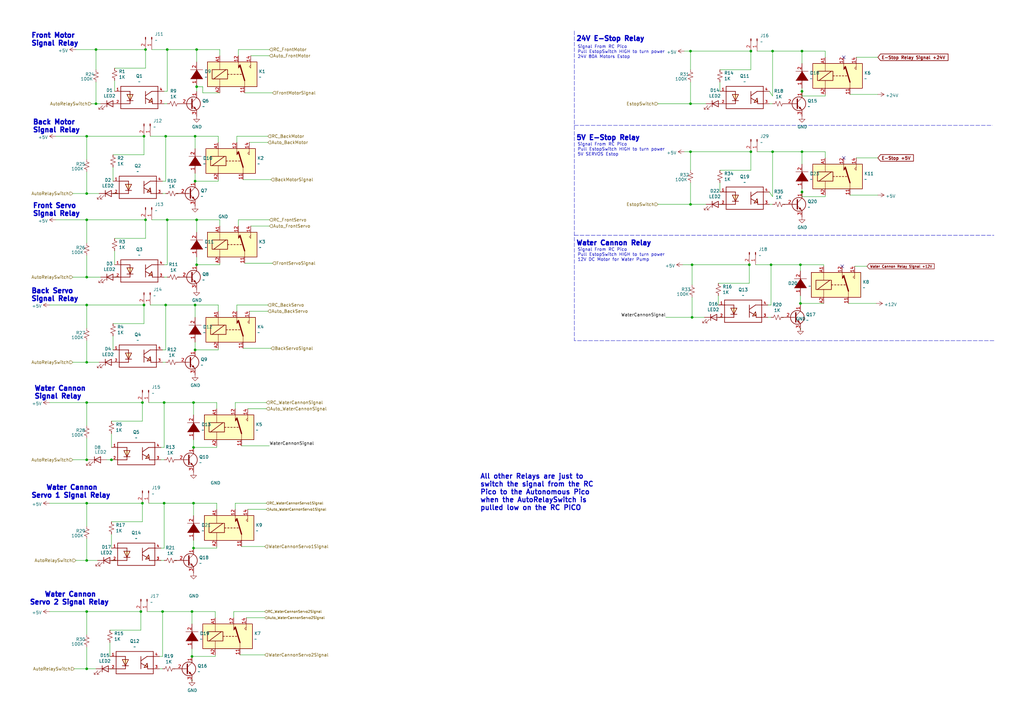
<source format=kicad_sch>
(kicad_sch (version 20211123) (generator eeschema)
  (paper "A3")
  (junction (at 66.675 250.825))
  (junction (at 78.74 269.24))
  (junction (at 79.375 224.79))
  (junction (at 328.295 124.46))
  (junction (at 35.56 229.87))
  (junction (at 328.93 20.955))
  (junction (at 59.69 90.17))
  (junction (at 67.945 125.095))
  (junction (at 35.56 148.59))
  (junction (at 80.645 20.32))
  (junction (at 35.56 55.88))
  (junction (at 67.945 55.88))
  (junction (at 68.58 20.32))
  (junction (at 59.055 125.095))
  (junction (at 80.01 74.295))
  (junction (at 59.69 20.32))
  (junction (at 316.865 62.23))
  (junction (at 283.845 130.175))
  (junction (at 35.56 113.665))
  (junction (at 79.375 165.1))
  (junction (at 307.975 20.955))
  (junction (at 328.93 62.23))
  (junction (at 283.21 83.82))
  (junction (at 79.375 206.375))
  (junction (at 58.42 206.375))
  (junction (at 80.01 55.88))
  (junction (at 67.31 165.1))
  (junction (at 307.34 108.585))
  (junction (at 35.56 188.595))
  (junction (at 57.785 250.825))
  (junction (at 328.93 78.74))
  (junction (at 328.93 37.465))
  (junction (at 316.865 20.955))
  (junction (at 283.845 108.585))
  (junction (at 35.56 165.1))
  (junction (at 68.58 90.17))
  (junction (at 80.645 90.17))
  (junction (at 79.375 183.515))
  (junction (at 39.37 42.545))
  (junction (at 35.56 206.375))
  (junction (at 80.645 35.56))
  (junction (at 39.37 20.32))
  (junction (at 80.01 143.51))
  (junction (at 45.72 188.595))
  (junction (at 283.21 62.23))
  (junction (at 80.01 125.095))
  (junction (at 35.56 79.375))
  (junction (at 328.295 108.585))
  (junction (at 59.055 55.88))
  (junction (at 35.56 250.825))
  (junction (at 35.56 274.32))
  (junction (at 316.23 108.585))
  (junction (at 80.645 108.585))
  (junction (at 307.975 62.23))
  (junction (at 67.31 206.375))
  (junction (at 35.56 125.095))
  (junction (at 35.56 90.17))
  (junction (at 283.21 20.955))
  (junction (at 283.21 42.545))
  (junction (at 78.74 250.825))
  (junction (at 58.42 165.1))
  (no_connect (at 346.075 64.77))
  (no_connect (at 346.075 23.495))
  (no_connect (at 345.44 109.22))
  (wire (pts (xy 338.455 38.735) (xy 338.455 39.37)))
  (wire (pts (xy 307.975 20.955) (xy 307.975 28.575)))
  (wire (pts (xy 79.375 206.375) (xy 79.375 211.455)))
  (wire (pts (xy 360.045 38.735) (xy 348.615 38.735)))
  (wire (pts (xy 110.49 182.88) (xy 99.06 182.88)))
  (wire (pts (xy 321.31 130.175) (xy 320.675 130.175)))
  (wire (pts (xy 39.37 33.655) (xy 39.37 42.545)))
  (wire (pts (xy 359.41 124.46) (xy 347.98 124.46)))
  (wire (pts (xy 314.96 125.095) (xy 316.23 125.095)))
  (wire (pts (xy 89.535 73.66) (xy 89.535 74.295)))
  (wire (pts (xy 316.865 39.37) (xy 316.865 20.955)))
  (wire (pts (xy 35.56 250.825) (xy 57.785 250.825)))
  (wire (pts (xy 59.055 63.5) (xy 46.355 63.5)))
  (wire (pts (xy 88.9 165.1) (xy 79.375 165.1)))
  (wire (pts (xy 59.055 125.095) (xy 59.055 132.715)))
  (wire (pts (xy 80.645 90.17) (xy 80.645 95.25)))
  (wire (pts (xy 101.6 167.64) (xy 109.22 167.64)))
  (wire (pts (xy 316.865 80.645) (xy 316.865 62.23)))
  (wire (pts (xy 283.845 130.175) (xy 288.925 130.175)))
  (wire (pts (xy 80.01 74.295) (xy 80.01 71.12)))
  (wire (pts (xy 269.875 42.545) (xy 283.21 42.545)))
  (wire (pts (xy 111.125 142.875) (xy 99.695 142.875)))
  (wire (pts (xy 294.64 121.285) (xy 294.64 125.095)))
  (wire (pts (xy 66.675 148.59) (xy 67.945 148.59)))
  (wire (pts (xy 283.845 121.92) (xy 283.845 130.175)))
  (wire (pts (xy 297.18 42.545) (xy 295.275 42.545)))
  (wire (pts (xy 338.455 80.645) (xy 328.93 80.645)))
  (wire (pts (xy 96.52 165.1) (xy 96.52 167.64)))
  (wire (pts (xy 79.375 224.79) (xy 79.375 221.615)))
  (wire (pts (xy 80.645 37.465) (xy 80.645 35.56)))
  (wire (pts (xy 35.56 250.825) (xy 35.56 260.35)))
  (wire (pts (xy 60.96 165.1) (xy 67.31 165.1)))
  (wire (pts (xy 80.645 20.32) (xy 80.645 25.4)))
  (wire (pts (xy 296.545 130.175) (xy 294.64 130.175)))
  (wire (pts (xy 328.295 134.62) (xy 328.295 135.255)))
  (wire (pts (xy 109.855 55.88) (xy 97.155 55.88)))
  (wire (pts (xy 351.155 23.495) (xy 360.045 23.495)))
  (wire (pts (xy 315.595 83.82) (xy 316.865 83.82)))
  (wire (pts (xy 307.975 69.85) (xy 295.275 69.85)))
  (wire (pts (xy 57.785 258.445) (xy 45.085 258.445)))
  (wire (pts (xy 35.56 113.665) (xy 41.275 113.665)))
  (wire (pts (xy 31.115 229.87) (xy 35.56 229.87)))
  (wire (pts (xy 89.535 74.295) (xy 80.01 74.295)))
  (wire (pts (xy 67.31 224.79) (xy 67.31 206.375)))
  (wire (pts (xy 88.9 224.155) (xy 88.9 224.79)))
  (wire (pts (xy 35.56 125.095) (xy 59.055 125.095)))
  (wire (pts (xy 338.455 20.955) (xy 328.93 20.955)))
  (wire (pts (xy 22.86 55.88) (xy 35.56 55.88)))
  (wire (pts (xy 109.855 125.095) (xy 97.155 125.095)))
  (wire (pts (xy 22.86 90.17) (xy 35.56 90.17)))
  (wire (pts (xy 338.455 64.77) (xy 338.455 62.23)))
  (wire (pts (xy 65.405 269.24) (xy 66.675 269.24)))
  (polyline (pts (xy 235.585 51.435) (xy 407.035 51.435)))
  (wire (pts (xy 295.275 74.93) (xy 295.275 78.74)))
  (wire (pts (xy 328.93 37.465) (xy 328.93 36.195)))
  (wire (pts (xy 67.31 165.1) (xy 79.375 165.1)))
  (wire (pts (xy 46.355 68.58) (xy 46.355 74.295)))
  (wire (pts (xy 89.535 58.42) (xy 89.535 55.88)))
  (wire (pts (xy 35.56 148.59) (xy 40.64 148.59)))
  (wire (pts (xy 88.9 206.375) (xy 79.375 206.375)))
  (wire (pts (xy 88.9 167.64) (xy 88.9 165.1)))
  (wire (pts (xy 59.055 132.715) (xy 46.355 132.715)))
  (wire (pts (xy 68.58 20.32) (xy 80.645 20.32)))
  (wire (pts (xy 29.845 148.59) (xy 35.56 148.59)))
  (wire (pts (xy 315.595 37.465) (xy 316.865 39.37)))
  (wire (pts (xy 35.56 90.17) (xy 35.56 99.695)))
  (wire (pts (xy 79.375 165.1) (xy 79.375 170.18)))
  (wire (pts (xy 35.56 229.87) (xy 40.005 229.87)))
  (wire (pts (xy 66.675 74.295) (xy 67.945 74.295)))
  (wire (pts (xy 29.845 113.665) (xy 35.56 113.665)))
  (wire (pts (xy 35.56 165.1) (xy 58.42 165.1)))
  (wire (pts (xy 110.49 20.32) (xy 97.79 20.32)))
  (wire (pts (xy 80.645 108.585) (xy 80.645 105.41)))
  (wire (pts (xy 35.56 79.375) (xy 40.64 79.375)))
  (wire (pts (xy 73.66 42.545) (xy 73.025 42.545)))
  (wire (pts (xy 89.535 142.875) (xy 89.535 143.51)))
  (wire (pts (xy 316.865 62.23) (xy 328.93 62.23)))
  (wire (pts (xy 307.975 62.23) (xy 307.975 69.85)))
  (wire (pts (xy 89.535 125.095) (xy 80.01 125.095)))
  (wire (pts (xy 328.93 78.74) (xy 328.93 77.47)))
  (wire (pts (xy 97.79 90.17) (xy 97.79 92.71)))
  (wire (pts (xy 97.79 20.32) (xy 97.79 22.86)))
  (wire (pts (xy 338.455 62.23) (xy 328.93 62.23)))
  (wire (pts (xy 73.025 79.375) (xy 72.39 79.375)))
  (wire (pts (xy 78.74 269.24) (xy 78.74 266.065)))
  (wire (pts (xy 321.945 83.82) (xy 321.31 83.82)))
  (wire (pts (xy 111.125 73.66) (xy 99.695 73.66)))
  (wire (pts (xy 88.9 182.88) (xy 88.9 183.515)))
  (wire (pts (xy 280.67 20.955) (xy 283.21 20.955)))
  (wire (pts (xy 47.625 188.595) (xy 45.72 188.595)))
  (wire (pts (xy 316.865 20.955) (xy 328.93 20.955)))
  (wire (pts (xy 338.455 39.37) (xy 328.93 39.37)))
  (wire (pts (xy 67.31 206.375) (xy 79.375 206.375)))
  (wire (pts (xy 97.155 125.095) (xy 97.155 127.635)))
  (wire (pts (xy 39.37 42.545) (xy 41.275 42.545)))
  (wire (pts (xy 88.265 268.605) (xy 88.265 269.24)))
  (wire (pts (xy 35.56 206.375) (xy 35.56 215.9)))
  (wire (pts (xy 68.58 90.17) (xy 80.645 90.17)))
  (wire (pts (xy 45.72 219.075) (xy 45.72 224.79)))
  (wire (pts (xy 58.42 213.995) (xy 45.72 213.995)))
  (wire (pts (xy 35.56 139.7) (xy 35.56 148.59)))
  (wire (pts (xy 83.185 38.1) (xy 83.185 35.56)))
  (wire (pts (xy 60.96 206.375) (xy 67.31 206.375)))
  (wire (pts (xy 59.69 20.32) (xy 59.69 27.94)))
  (wire (pts (xy 67.31 108.585) (xy 68.58 108.585)))
  (wire (pts (xy 73.66 113.665) (xy 73.025 113.665)))
  (wire (pts (xy 328.295 124.46) (xy 328.295 125.095)))
  (wire (pts (xy 35.56 70.485) (xy 35.56 79.375)))
  (wire (pts (xy 307.34 108.585) (xy 307.34 116.205)))
  (wire (pts (xy 35.56 265.43) (xy 35.56 274.32)))
  (wire (pts (xy 67.31 37.465) (xy 68.58 37.465)))
  (wire (pts (xy 95.885 250.825) (xy 95.885 253.365)))
  (wire (pts (xy 88.265 250.825) (xy 78.74 250.825)))
  (wire (pts (xy 328.93 62.23) (xy 328.93 67.31)))
  (wire (pts (xy 61.595 125.095) (xy 67.945 125.095)))
  (wire (pts (xy 96.52 206.375) (xy 96.52 208.915)))
  (wire (pts (xy 88.9 183.515) (xy 79.375 183.515)))
  (wire (pts (xy 280.035 108.585) (xy 283.845 108.585)))
  (wire (pts (xy 72.39 229.87) (xy 71.755 229.87)))
  (wire (pts (xy 283.21 20.955) (xy 283.21 28.575)))
  (wire (pts (xy 89.535 55.88) (xy 80.01 55.88)))
  (wire (pts (xy 58.42 165.1) (xy 58.42 172.72)))
  (wire (pts (xy 66.675 143.51) (xy 67.945 143.51)))
  (wire (pts (xy 89.535 143.51) (xy 80.01 143.51)))
  (wire (pts (xy 48.895 113.665) (xy 46.99 113.665)))
  (wire (pts (xy 283.21 42.545) (xy 289.56 42.545)))
  (wire (pts (xy 35.56 188.595) (xy 36.195 188.595)))
  (wire (pts (xy 273.05 130.175) (xy 283.845 130.175)))
  (wire (pts (xy 102.87 92.71) (xy 110.49 92.71)))
  (wire (pts (xy 31.115 20.32) (xy 39.37 20.32)))
  (wire (pts (xy 307.975 28.575) (xy 295.275 28.575)))
  (wire (pts (xy 111.76 38.1) (xy 100.33 38.1)))
  (wire (pts (xy 108.585 268.605) (xy 98.425 268.605)))
  (wire (pts (xy 71.755 274.32) (xy 71.12 274.32)))
  (wire (pts (xy 20.32 165.1) (xy 35.56 165.1)))
  (wire (pts (xy 328.295 108.585) (xy 328.295 111.125)))
  (wire (pts (xy 20.32 125.095) (xy 35.56 125.095)))
  (wire (pts (xy 351.155 64.77) (xy 360.045 64.77)))
  (wire (pts (xy 35.56 104.775) (xy 35.56 113.665)))
  (wire (pts (xy 29.845 79.375) (xy 35.56 79.375)))
  (wire (pts (xy 48.26 148.59) (xy 46.355 148.59)))
  (wire (pts (xy 66.04 224.79) (xy 67.31 224.79)))
  (wire (pts (xy 66.675 269.24) (xy 66.675 250.825)))
  (wire (pts (xy 79.375 183.515) (xy 79.375 180.34)))
  (wire (pts (xy 280.67 62.23) (xy 283.21 62.23)))
  (wire (pts (xy 328.295 121.285) (xy 328.295 124.46)))
  (wire (pts (xy 328.295 124.46) (xy 337.82 124.46)))
  (wire (pts (xy 90.17 92.71) (xy 90.17 90.17)))
  (wire (pts (xy 283.21 62.23) (xy 307.975 62.23)))
  (wire (pts (xy 310.515 62.23) (xy 316.865 62.23)))
  (wire (pts (xy 328.93 37.465) (xy 328.93 39.37)))
  (wire (pts (xy 66.04 188.595) (xy 67.31 188.595)))
  (wire (pts (xy 315.595 42.545) (xy 316.865 42.545)))
  (wire (pts (xy 283.21 33.655) (xy 283.21 42.545)))
  (wire (pts (xy 283.21 20.955) (xy 307.975 20.955)))
  (wire (pts (xy 88.265 269.24) (xy 78.74 269.24)))
  (wire (pts (xy 109.22 165.1) (xy 96.52 165.1)))
  (wire (pts (xy 337.82 109.22) (xy 337.82 108.585)))
  (wire (pts (xy 48.26 79.375) (xy 46.355 79.375)))
  (wire (pts (xy 83.185 35.56) (xy 80.645 35.56)))
  (wire (pts (xy 328.93 20.955) (xy 328.93 26.035)))
  (wire (pts (xy 110.49 90.17) (xy 97.79 90.17)))
  (wire (pts (xy 46.99 102.87) (xy 46.99 108.585)))
  (wire (pts (xy 90.17 22.86) (xy 90.17 20.32)))
  (wire (pts (xy 80.01 55.88) (xy 80.01 60.96)))
  (wire (pts (xy 47.625 229.87) (xy 45.72 229.87)))
  (wire (pts (xy 48.895 42.545) (xy 46.99 42.545)))
  (wire (pts (xy 59.69 90.17) (xy 59.69 97.79)))
  (wire (pts (xy 100.965 253.365) (xy 108.585 253.365)))
  (wire (pts (xy 29.845 188.595) (xy 35.56 188.595)))
  (wire (pts (xy 68.58 37.465) (xy 68.58 20.32)))
  (wire (pts (xy 297.18 83.82) (xy 295.275 83.82)))
  (wire (pts (xy 65.405 274.32) (xy 66.675 274.32)))
  (wire (pts (xy 111.76 107.95) (xy 100.33 107.95)))
  (wire (pts (xy 67.31 183.515) (xy 67.31 165.1)))
  (wire (pts (xy 309.88 108.585) (xy 316.23 108.585)))
  (wire (pts (xy 283.845 108.585) (xy 283.845 116.84)))
  (wire (pts (xy 80.01 143.51) (xy 80.01 140.335)))
  (wire (pts (xy 80.01 125.095) (xy 80.01 130.175)))
  (wire (pts (xy 20.32 206.375) (xy 35.56 206.375)))
  (wire (pts (xy 67.31 42.545) (xy 68.58 42.545)))
  (wire (pts (xy 102.235 58.42) (xy 109.855 58.42)))
  (wire (pts (xy 108.585 250.825) (xy 95.885 250.825)))
  (wire (pts (xy 88.265 253.365) (xy 88.265 250.825)))
  (wire (pts (xy 60.325 250.825) (xy 66.675 250.825)))
  (polyline (pts (xy 407.67 139.7) (xy 235.585 139.7)))
  (wire (pts (xy 59.69 27.94) (xy 46.99 27.94)))
  (wire (pts (xy 66.04 229.87) (xy 67.31 229.87)))
  (wire (pts (xy 66.04 183.515) (xy 67.31 183.515)))
  (wire (pts (xy 97.155 55.88) (xy 97.155 58.42)))
  (wire (pts (xy 90.17 20.32) (xy 80.645 20.32)))
  (wire (pts (xy 39.37 20.32) (xy 59.69 20.32)))
  (wire (pts (xy 88.9 208.915) (xy 88.9 206.375)))
  (wire (pts (xy 295.275 33.655) (xy 295.275 37.465)))
  (wire (pts (xy 315.595 78.74) (xy 316.865 80.645)))
  (wire (pts (xy 283.21 74.93) (xy 283.21 83.82)))
  (wire (pts (xy 20.32 250.825) (xy 35.56 250.825)))
  (wire (pts (xy 67.945 125.095) (xy 80.01 125.095)))
  (wire (pts (xy 35.56 55.88) (xy 59.055 55.88)))
  (wire (pts (xy 269.875 83.82) (xy 283.21 83.82)))
  (wire (pts (xy 66.675 79.375) (xy 67.945 79.375)))
  (wire (pts (xy 67.945 143.51) (xy 67.945 125.095)))
  (wire (pts (xy 314.96 130.175) (xy 316.23 130.175)))
  (wire (pts (xy 108.585 224.155) (xy 99.06 224.155)))
  (wire (pts (xy 89.535 127.635) (xy 89.535 125.095)))
  (wire (pts (xy 90.17 107.95) (xy 90.17 108.585)))
  (wire (pts (xy 90.17 90.17) (xy 80.645 90.17)))
  (wire (pts (xy 350.52 109.22) (xy 355.6 109.22)))
  (wire (pts (xy 35.56 90.17) (xy 59.69 90.17)))
  (wire (pts (xy 316.23 125.095) (xy 316.23 108.585)))
  (wire (pts (xy 35.56 125.095) (xy 35.56 134.62)))
  (wire (pts (xy 360.045 80.01) (xy 348.615 80.01)))
  (wire (pts (xy 46.99 274.32) (xy 45.085 274.32)))
  (wire (pts (xy 337.82 108.585) (xy 328.295 108.585)))
  (wire (pts (xy 45.72 177.8) (xy 45.72 183.515)))
  (wire (pts (xy 80.645 34.29) (xy 80.645 35.56)))
  (wire (pts (xy 67.945 55.88) (xy 80.01 55.88)))
  (wire (pts (xy 90.17 38.1) (xy 83.185 38.1)))
  (wire (pts (xy 283.845 108.585) (xy 307.34 108.585)))
  (wire (pts (xy 101.6 208.915) (xy 109.22 208.915)))
  (wire (pts (xy 78.74 250.825) (xy 78.74 255.905)))
  (wire (pts (xy 37.465 42.545) (xy 39.37 42.545)))
  (wire (pts (xy 57.785 250.825) (xy 57.785 258.445)))
  (wire (pts (xy 283.21 83.82) (xy 289.56 83.82)))
  (wire (pts (xy 35.56 220.98) (xy 35.56 229.87)))
  (wire (pts (xy 67.31 113.665) (xy 68.58 113.665)))
  (wire (pts (xy 328.93 78.74) (xy 328.93 80.645)))
  (wire (pts (xy 316.23 108.585) (xy 328.295 108.585)))
  (wire (pts (xy 35.56 55.88) (xy 35.56 65.405)))
  (wire (pts (xy 39.37 20.32) (xy 39.37 28.575)))
  (wire (pts (xy 102.235 127.635) (xy 109.855 127.635)))
  (wire (pts (xy 66.675 250.825) (xy 78.74 250.825)))
  (wire (pts (xy 58.42 172.72) (xy 45.72 172.72)))
  (wire (pts (xy 68.58 108.585) (xy 68.58 90.17)))
  (wire (pts (xy 73.025 148.59) (xy 72.39 148.59)))
  (wire (pts (xy 46.99 33.02) (xy 46.99 37.465)))
  (polyline (pts (xy 235.585 12.7) (xy 235.585 139.7)))
  (wire (pts (xy 307.34 116.205) (xy 294.64 116.205)))
  (wire (pts (xy 35.56 274.32) (xy 39.37 274.32)))
  (wire (pts (xy 35.56 179.705) (xy 35.56 188.595)))
  (wire (pts (xy 78.74 278.765) (xy 78.74 279.4)))
  (wire (pts (xy 338.455 80.01) (xy 338.455 80.645)))
  (wire (pts (xy 72.39 188.595) (xy 71.755 188.595)))
  (wire (pts (xy 338.455 23.495) (xy 338.455 20.955)))
  (wire (pts (xy 59.055 55.88) (xy 59.055 63.5)))
  (wire (pts (xy 45.72 188.595) (xy 43.815 188.595)))
  (wire (pts (xy 58.42 206.375) (xy 58.42 213.995)))
  (polyline (pts (xy 235.585 96.52) (xy 407.67 96.52)))
  (wire (pts (xy 45.085 263.525) (xy 45.085 269.24)))
  (wire (pts (xy 62.23 90.17) (xy 68.58 90.17)))
  (wire (pts (xy 46.355 137.795) (xy 46.355 143.51)))
  (wire (pts (xy 62.23 20.32) (xy 68.58 20.32)))
  (wire (pts (xy 109.22 206.375) (xy 96.52 206.375)))
  (wire (pts (xy 67.945 74.295) (xy 67.945 55.88)))
  (wire (pts (xy 310.515 20.955) (xy 316.865 20.955)))
  (wire (pts (xy 30.48 274.32) (xy 35.56 274.32)))
  (wire (pts (xy 283.21 62.23) (xy 283.21 69.85)))
  (wire (pts (xy 61.595 55.88) (xy 67.945 55.88)))
  (wire (pts (xy 35.56 165.1) (xy 35.56 174.625)))
  (wire (pts (xy 88.9 224.79) (xy 79.375 224.79)))
  (wire (pts (xy 59.69 97.79) (xy 46.99 97.79)))
  (wire (pts (xy 321.945 42.545) (xy 321.31 42.545)))
  (wire (pts (xy 90.17 108.585) (xy 80.645 108.585)))
  (wire (pts (xy 102.87 22.86) (xy 110.49 22.86)))
  (wire (pts (xy 35.56 206.375) (xy 58.42 206.375)))
  (text "5V E-Stop Relay" (at 236.22 57.785 0) (effects (font (size 2 2) (thickness 0.5994) bold) (justify left bottom)))
  (text "All other Relays are just to \nswitch the signal from the RC \nPico to the Autonomous Pico \nwhen the AutoRelaySwitch is \npulled low on the RC PICO" (at 196.85 209.55 0) (effects (font (size 2 2) (thickness 0.4) bold) (justify left bottom)))
  (text "Front Motor \nSignal Relay" (at 12.7 19.05 0) (effects (font (size 2 2) (thickness 0.5994) bold) (justify left bottom)))
  (text "    Water Cannon \nServo 1 Signal Relay" (at 12.7 204.47 0) (effects (font (size 2 2) (thickness 0.5994) bold) (justify left bottom)))
  (text "    Water Cannon\nServo 2 Signal Relay" (at 12.065 248.285 0) (effects (font (size 2 2) (thickness 0.5994) bold) (justify left bottom)))
  (text "Front Servo \nSignal Relay" (at 13.335 88.9 0) (effects (font (size 2 2) (thickness 0.5994) bold) (justify left bottom)))
  (text "Signal From RC Pico \nPull EstopSwitch HIGH to turn power\n5V SERVOS Estop" (at 236.855 64.135 0) (effects (font (size 1.27 1.27)) (justify left bottom)))
  (text "24V E-Stop Relay" (at 236.22 17.145 0) (effects (font (size 2 2) (thickness 0.5994) bold) (justify left bottom)))
  (text "Back Motor\nSignal Relay" (at 13.335 54.61 0) (effects (font (size 2 2) (thickness 0.5994) bold) (justify left bottom)))
  (text "Water Cannon Relay" (at 236.22 100.965 0) (effects (font (size 2 2) (thickness 0.5994) bold) (justify left bottom)))
  (text "Back Servo\nSignal Relay" (at 12.7 123.825 0) (effects (font (size 2 2) (thickness 0.5994) bold) (justify left bottom)))
  (text "Water Cannon \nSignal Relay" (at 13.97 163.83 0) (effects (font (size 2 2) (thickness 0.5994) bold) (justify left bottom)))
  (text "Signal From RC Pico \nPull EstopSwitch HIGH to turn power\n24V 80A Motors Estop" (at 236.855 24.13 0) (effects (font (size 1.27 1.27)) (justify left bottom)))
  (text "Signal From RC Pico \nPull EstopSwitch HIGH to turn power\n12V DC Motor for Water Pump" (at 236.855 107.315 0) (effects (font (size 1.27 1.27)) (justify left bottom)))
  (label "WaterCannonSignal" (at 273.05 130.175 180))
  (label "WaterCannonSignal" (at 110.49 182.88 0))
  (global_label "E-Stop Relay Signal +24V" (shape input) (at 360.045 23.495 0) (effects (font bold)) (property "Intersheet References" "${INTERSHEET_REFS}" (effects hide)))
  (global_label "E-Stop +5V" (shape input) (at 360.045 64.77 0) (effects (font bold)) (property "Intersheet References" "${INTERSHEET_REFS}" (effects hide)))
  (global_label "Water Cannon Relay Signal +12V" (shape input) (at 355.6 109.22 0) (effects (font (size 1 1) bold)) (property "Intersheet References" "${INTERSHEET_REFS}" (effects hide)))
  (hierarchical_label "Auto_FrontMotor" (shape input) (at 110.49 22.86 0))
  (hierarchical_label "EstopSwitch" (shape input) (at 269.875 83.82 180))
  (hierarchical_label "RC_FrontMotor" (shape input) (at 110.49 20.32 0))
  (hierarchical_label "AutoRelaySwitch" (shape input) (at 29.845 79.375 180))
  (hierarchical_label "AutoRelaySwitch" (shape input) (at 29.845 113.665 180))
  (hierarchical_label "AutoRelaySwitch" (shape input) (at 29.845 148.59 180))
  (hierarchical_label "AutoRelaySwitch" (shape input) (at 29.845 188.595 180))
  (hierarchical_label "RC_BackServo" (shape input) (at 109.855 125.095 0))
  (hierarchical_label "Auto_BackMotor" (shape input) (at 109.855 58.42 0))
  (hierarchical_label "RC_WaterCannonSignal" (shape input) (at 109.22 165.1 0))
  (hierarchical_label "Auto_WaterCannonServo2Signal" (shape input) (at 108.585 253.365 0) (effects (font (size 1 1))))
  (hierarchical_label "RC_BackMotor" (shape input) (at 109.855 55.88 0))
  (hierarchical_label "RC_WaterCannonServo1Signal" (shape input) (at 109.22 206.375 0) (effects (font (size 1 1))))
  (hierarchical_label "BackServoSignal" (shape input) (at 111.125 142.875 0))
  (hierarchical_label "AutoRelaySwitch" (shape input) (at 31.115 229.87 180))
  (hierarchical_label "Auto_WaterCannonSignal" (shape input) (at 109.22 167.64 0))
  (hierarchical_label "FrontServoSignal" (shape input) (at 111.76 107.95 0))
  (hierarchical_label "RC_FrontServo" (shape input) (at 110.49 90.17 0))
  (hierarchical_label "Auto_BackServo" (shape input) (at 109.855 127.635 0))
  (hierarchical_label "EstopSwitch" (shape input) (at 269.875 42.545 180))
  (hierarchical_label "Auto_FrontServo" (shape input) (at 110.49 92.71 0))
  (hierarchical_label "RC_WaterCannonServo2Signal" (shape input) (at 108.585 250.825 0) (effects (font (size 1 1))))
  (hierarchical_label "AutoRelaySwitch" (shape input) (at 37.465 42.545 180))
  (hierarchical_label "Auto_WaterCannonServo1Signal" (shape input) (at 109.22 208.915 0) (effects (font (size 1 1))))
  (hierarchical_label "AutoRelaySwitch" (shape input) (at 30.48 274.32 180))
  (hierarchical_label "BackMotorSignal" (shape input) (at 111.125 73.66 0))
  (hierarchical_label "FrontMotorSignal" (shape input) (at 111.76 38.1 0))
  (hierarchical_label "WaterCannonServo2Signal" (shape input) (at 108.585 268.605 0))
  (hierarchical_label "WaterCannonServo1Signal" (shape input) (at 108.585 224.155 0))
  (symbol (lib_id "Device:R_Small_US") (at 45.72 216.535 0) (unit 1)
    (property "Reference" "R17" (at 47.4472 215.3666 0) (effects (justify left)))
    (property "Value" "1K" (at 47.4472 217.678 0) (effects (justify left)))
    (property "Footprint" "Resistor_SMD:R_0805_2012Metric" (effects hide))
  )
  (symbol (lib_id "power:+5V") (at 280.035 108.585 90) (unit 1)
    (property "Reference" "#PWR0145" (effects hide))
    (property "Value" "+5V" (at 276.8601 109.0188 90) (effects (justify left)))
  )
  (symbol (lib_id "Connector:Conn_01x02_Male") (at 62.23 85.09 270) (unit 1)
    (property "Reference" "J13" (at 63.5 83.82 90) (effects (justify left)))
    (property "Value" "~" (at 63.5 86.36 90) (effects (justify left)))
    (property "Footprint" "Connector_PinHeader_2.54mm:PinHeader_1x02_P2.54mm_Vertical" (effects hide))
  )
  (symbol (lib_id "Device:R_Small_US") (at 295.275 31.115 0) (unit 1)
    (property "Reference" "R14" (at 297.0022 29.9466 0) (effects (justify left)))
    (property "Value" "1K" (at 297.0022 32.258 0) (effects (justify left)))
    (property "Footprint" "Resistor_SMD:R_0805_2012Metric" (effects hide))
  )
  (symbol (lib_id "power:+5V") (at 280.67 62.23 90) (unit 1)
    (property "Reference" "#PWR0198" (effects hide))
    (property "Value" "+5V" (at 277.4951 62.6638 90) (effects (justify left)))
  )
  (symbol (lib_id "Device:R_Small_US") (at 294.64 118.745 0) (unit 1)
    (property "Reference" "R16" (at 296.3672 117.5766 0) (effects (justify left)))
    (property "Value" "1K" (at 296.3672 119.888 0) (effects (justify left)))
    (property "Footprint" "Resistor_SMD:R_0805_2012Metric" (effects hide))
  )
  (symbol (lib_id "PC817A:PC817A") (at 304.8 127.635 0) (unit 1)
    (property "Reference" "Q13" (at 304.8 118.8212 0))
    (property "Value" "~" (at 304.8 121.1326 0))
    (property "Footprint" "dylan:DIP762W50P254L650H458Q4B" (effects hide))
    (property "MP" "PC817A" (effects hide))
    (property "Description" "Photo-Coupler Photo-Coupler" (effects hide))
    (property "Price" "None" (effects hide))
    (property "Package" "None" (effects hide))
    (property "Availability" "Unavailable" (effects hide))
    (property "MF" "Sharp Microelectronics" (effects hide))
  )
  (symbol (lib_id "Device:R_Small_US") (at 46.355 135.255 0) (unit 1)
    (property "Reference" "R4" (at 48.0822 134.0866 0) (effects (justify left)))
    (property "Value" "1K" (at 48.0822 136.398 0) (effects (justify left)))
    (property "Footprint" "Resistor_SMD:R_0805_2012Metric" (effects hide))
  )
  (symbol (lib_id "Transistor_BJT:BC547") (at 326.39 83.82 0) (unit 1)
    (property "Reference" "Q20" (at 331.216 82.6516 0) (effects (justify left)))
    (property "Value" "~" (at 331.216 84.963 0) (effects (justify left)))
    (property "Footprint" "Package_TO_SOT_THT:TO-92_Inline" (effects hide))
    (property "Datasheet" "https://www.onsemi.com/pub/Collateral/BC550-D.pdf" (effects hide))
  )
  (symbol (lib_id "power:GND") (at 328.93 88.9 0) (unit 1)
    (property "Reference" "#PWR0199" (effects hide))
    (property "Value" "~" (at 329.057 93.2942 0))
  )
  (symbol (lib_id "Device:R_Small_US") (at 319.405 83.82 270) (unit 1)
    (property "Reference" "R35" (at 319.405 78.613 90))
    (property "Value" "1K" (at 319.405 80.9244 90))
    (property "Footprint" "Resistor_SMD:R_0805_2012Metric" (effects hide))
  )
  (symbol (lib_id "Connector:Conn_01x02_Male") (at 60.96 160.02 270) (unit 1)
    (property "Reference" "J15" (at 62.23 158.75 90) (effects (justify left)))
    (property "Value" "~" (at 62.23 161.29 90) (effects (justify left)))
    (property "Footprint" "Connector_PinHeader_2.54mm:PinHeader_1x02_P2.54mm_Vertical" (effects hide))
  )
  (symbol (lib_id "Connector:Conn_01x02_Male") (at 310.515 57.15 270) (unit 1)
    (property "Reference" "J29" (at 311.785 55.88 90) (effects (justify left)))
    (property "Value" "~" (at 311.785 58.42 90) (effects (justify left)))
    (property "Footprint" "Connector_PinHeader_2.54mm:PinHeader_1x02_P2.54mm_Vertical" (effects hide))
  )
  (symbol (lib_id "power:GND") (at 78.74 278.765 0) (unit 1)
    (property "Reference" "#PWR0144" (effects hide))
    (property "Value" "~" (at 78.867 283.1592 0))
  )
  (symbol (lib_id "Device:R_Small_US") (at 46.99 30.48 0) (unit 1)
    (property "Reference" "R1" (at 48.7172 29.3116 0) (effects (justify left)))
    (property "Value" "1K" (at 48.7172 31.623 0) (effects (justify left)))
    (property "Footprint" "Resistor_SMD:R_0805_2012Metric" (effects hide))
  )
  (symbol (lib_id "PC817A:PC817A") (at 305.435 81.28 0) (unit 1)
    (property "Reference" "Q19" (at 305.435 72.4662 0))
    (property "Value" "~" (at 305.435 74.7776 0))
    (property "Footprint" "dylan:DIP762W50P254L650H458Q4B" (effects hide))
    (property "MP" "PC817A" (effects hide))
    (property "Description" "Photo-Coupler Photo-Coupler" (effects hide))
    (property "Price" "None" (effects hide))
    (property "Package" "None" (effects hide))
    (property "Availability" "Unavailable" (effects hide))
    (property "MF" "Sharp Microelectronics" (effects hide))
  )
  (symbol (lib_id "pspice:DIODE") (at 80.01 66.04 90) (unit 1)
    (property "Reference" "D10" (at 83.2612 64.8716 90) (effects (justify right)))
    (property "Value" "~" (at 83.2612 67.183 90) (effects (justify right)))
    (property "Footprint" "Diode_SMD:D_1210_3225Metric" (effects hide))
  )
  (symbol (lib_id "power:GND") (at 80.645 118.745 0) (unit 1)
    (property "Reference" "#PWR0137" (effects hide))
    (property "Value" "~" (at 80.772 123.1392 0))
  )
  (symbol (lib_id "pspice:DIODE") (at 328.93 31.115 90) (unit 1)
    (property "Reference" "D18" (at 332.1812 29.9466 90) (effects (justify right)))
    (property "Value" "~" (at 332.1812 32.258 90) (effects (justify right)))
    (property "Footprint" "Diode_SMD:D_1210_3225Metric" (effects hide))
  )
  (symbol (lib_id "Connector:Conn_01x02_Male") (at 60.325 245.745 270) (unit 1)
    (property "Reference" "J17" (at 61.595 244.475 90) (effects (justify left)))
    (property "Value" "~" (at 61.595 247.015 90) (effects (justify left)))
    (property "Footprint" "Connector_PinHeader_2.54mm:PinHeader_1x02_P2.54mm_Vertical" (effects hide))
  )
  (symbol (lib_id "Device:R_Small_US") (at 71.12 113.665 270) (unit 1)
    (property "Reference" "R11" (at 71.12 108.458 90))
    (property "Value" "1K" (at 71.12 110.7694 90))
    (property "Footprint" "Resistor_SMD:R_0805_2012Metric" (effects hide))
  )
  (symbol (lib_id "Device:LED") (at 43.815 229.87 0) (unit 1)
    (property "Reference" "D17" (at 43.6372 224.3582 0))
    (property "Value" "LED2" (at 43.6372 226.6696 0))
    (property "Footprint" "LED_SMD:LED_0402_1005Metric" (effects hide))
  )
  (symbol (lib_id "Transistor_BJT:BC547") (at 76.835 229.87 0) (unit 1)
    (property "Reference" "Q18" (at 81.661 228.7016 0) (effects (justify left)))
    (property "Value" "~" (at 81.661 231.013 0) (effects (justify left)))
    (property "Footprint" "Package_TO_SOT_THT:TO-92_Inline" (effects hide))
    (property "Datasheet" "https://www.onsemi.com/pub/Collateral/BC550-D.pdf" (effects hide))
  )
  (symbol (lib_id "Relay:FINDER-40.11") (at 93.98 175.26 0) (unit 1)
    (property "Reference" "K5" (at 104.902 174.0916 0) (effects (justify left)))
    (property "Value" "~" (at 104.902 176.403 0) (effects (justify left)))
    (property "Footprint" "Relay_THT:Relay_SPDT_Finder_36.11" (effects hide))
    (property "Datasheet" "https://www.finder-relais.net/de/finder-relais-serie-40.pdf" (effects hide))
  )
  (symbol (lib_id "Relay:FINDER-40.11") (at 93.98 216.535 0) (unit 1)
    (property "Reference" "K9" (at 104.902 215.3666 0) (effects (justify left)))
    (property "Value" "~" (at 104.902 217.678 0) (effects (justify left)))
    (property "Footprint" "Relay_THT:Relay_SPDT_Finder_36.11" (effects hide))
    (property "Datasheet" "https://www.finder-relais.net/de/finder-relais-serie-40.pdf" (effects hide))
  )
  (symbol (lib_id "PC817A:PC817A") (at 55.88 227.33 0) (unit 1)
    (property "Reference" "Q14" (at 55.88 218.5162 0))
    (property "Value" "~" (at 55.88 220.8276 0))
    (property "Footprint" "dylan:DIP762W50P254L650H458Q4B" (effects hide))
    (property "MP" "PC817A" (effects hide))
    (property "Description" "Photo-Coupler Photo-Coupler" (effects hide))
    (property "Price" "None" (effects hide))
    (property "Package" "None" (effects hide))
    (property "Availability" "Unavailable" (effects hide))
    (property "MF" "Sharp Microelectronics" (effects hide))
  )
  (symbol (lib_id "Device:R_Small_US") (at 35.56 137.16 0) (unit 1)
    (property "Reference" "R27" (at 31.115 136.525 0) (effects (justify left)))
    (property "Value" "100K" (at 29.21 138.43 0) (effects (justify left)))
    (property "Footprint" "Resistor_SMD:R_0805_2012Metric" (effects hide))
  )
  (symbol (lib_id "power:+5V") (at 20.32 125.095 90) (unit 1)
    (property "Reference" "#PWR0140" (effects hide))
    (property "Value" "+5V" (at 17.1451 125.5288 90) (effects (justify left)))
  )
  (symbol (lib_id "pspice:DIODE") (at 80.645 100.33 90) (unit 1)
    (property "Reference" "D11" (at 83.8962 99.1616 90) (effects (justify right)))
    (property "Value" "~" (at 83.8962 101.473 90) (effects (justify right)))
    (property "Footprint" "Diode_SMD:D_1210_3225Metric" (effects hide))
  )
  (symbol (lib_id "Connector:Conn_01x02_Male") (at 62.23 15.24 270) (unit 1)
    (property "Reference" "J11" (at 63.5 13.97 90) (effects (justify left)))
    (property "Value" "~" (at 63.5 16.51 90) (effects (justify left)))
    (property "Footprint" "Connector_PinHeader_2.54mm:PinHeader_1x02_P2.54mm_Vertical" (effects hide))
  )
  (symbol (lib_id "power:+24V") (at 360.045 38.735 270) (unit 1)
    (property "Reference" "#PWR0152" (effects hide))
    (property "Value" "+24V" (at 363.22 39.1688 90) (effects (justify left)))
  )
  (symbol (lib_id "Device:R_Small_US") (at 71.12 42.545 270) (unit 1)
    (property "Reference" "R9" (at 71.12 37.338 90))
    (property "Value" "1K" (at 71.12 39.6494 90))
    (property "Footprint" "Resistor_SMD:R_0805_2012Metric" (effects hide))
  )
  (symbol (lib_id "Relay:FINDER-40.11") (at 94.615 135.255 0) (unit 1)
    (property "Reference" "K4" (at 105.537 134.0866 0) (effects (justify left)))
    (property "Value" "~" (at 105.537 136.398 0) (effects (justify left)))
    (property "Footprint" "Relay_THT:Relay_SPDT_Finder_36.11" (effects hide))
    (property "Datasheet" "https://www.finder-relais.net/de/finder-relais-serie-40.pdf" (effects hide))
  )
  (symbol (lib_id "pspice:DIODE") (at 79.375 175.26 90) (unit 1)
    (property "Reference" "D13" (at 82.6262 174.0916 90) (effects (justify right)))
    (property "Value" "~" (at 82.6262 176.403 90) (effects (justify right)))
    (property "Footprint" "Diode_SMD:D_1210_3225Metric" (effects hide))
  )
  (symbol (lib_id "power:+5V") (at 20.32 165.1 90) (unit 1)
    (property "Reference" "#PWR0141" (effects hide))
    (property "Value" "+5V" (at 17.1451 165.5338 90) (effects (justify left)))
  )
  (symbol (lib_id "power:GND") (at 80.01 84.455 0) (unit 1)
    (property "Reference" "#PWR0135" (effects hide))
    (property "Value" "~" (at 91.567 88.8492 0))
  )
  (symbol (lib_id "PC817A:PC817A") (at 55.245 271.78 0) (unit 1)
    (property "Reference" "Q12" (at 55.245 262.9662 0))
    (property "Value" "~" (at 55.245 265.2776 0))
    (property "Footprint" "dylan:DIP762W50P254L650H458Q4B" (effects hide))
    (property "MP" "PC817A" (effects hide))
    (property "Description" "Photo-Coupler Photo-Coupler" (effects hide))
    (property "Price" "None" (effects hide))
    (property "Package" "None" (effects hide))
    (property "Availability" "Unavailable" (effects hide))
    (property "MF" "Sharp Microelectronics" (effects hide))
  )
  (symbol (lib_id "Transistor_BJT:BC547") (at 325.755 130.175 0) (unit 1)
    (property "Reference" "Q17" (at 330.581 129.0066 0) (effects (justify left)))
    (property "Value" "~" (at 330.581 131.318 0) (effects (justify left)))
    (property "Footprint" "Package_TO_SOT_THT:TO-92_Inline" (effects hide))
    (property "Datasheet" "https://www.onsemi.com/pub/Collateral/BC550-D.pdf" (effects hide))
  )
  (symbol (lib_id "Relay:FINDER-40.11") (at 343.535 72.39 0) (unit 1)
    (property "Reference" "K11" (at 354.457 71.2216 0) (effects (justify left)))
    (property "Value" "~" (at 354.457 73.533 0) (effects (justify left)))
    (property "Footprint" "Relay_THT:Relay_SPDT_Finder_36.11" (effects hide))
    (property "Datasheet" "https://www.finder-relais.net/de/finder-relais-serie-40.pdf" (effects hide))
  )
  (symbol (lib_id "Device:R_Small_US") (at 295.275 72.39 0) (unit 1)
    (property "Reference" "R34" (at 297.0022 71.2216 0) (effects (justify left)))
    (property "Value" "1K" (at 297.0022 73.533 0) (effects (justify left)))
    (property "Footprint" "Resistor_SMD:R_0805_2012Metric" (effects hide))
  )
  (symbol (lib_id "Relay:FINDER-40.11") (at 342.9 116.84 0) (unit 1)
    (property "Reference" "K8" (at 353.822 115.6716 0) (effects (justify left)))
    (property "Value" "~" (at 353.822 117.983 0) (effects (justify left)))
    (property "Footprint" "Relay_THT:Relay_SPDT_Finder_36.11" (effects hide))
    (property "Datasheet" "https://www.finder-relais.net/de/finder-relais-serie-40.pdf" (effects hide))
  )
  (symbol (lib_id "Connector:Conn_01x02_Male") (at 309.88 103.505 270) (unit 1)
    (property "Reference" "J18" (at 311.15 102.235 90) (effects (justify left)))
    (property "Value" "~" (at 311.15 104.775 90) (effects (justify left)))
    (property "Footprint" "Connector_PinHeader_2.54mm:PinHeader_1x02_P2.54mm_Vertical" (effects hide))
  )
  (symbol (lib_id "PC817A:PC817A") (at 305.435 40.005 0) (unit 1)
    (property "Reference" "Q11" (at 305.435 31.1912 0))
    (property "Value" "~" (at 305.435 33.5026 0))
    (property "Footprint" "dylan:DIP762W50P254L650H458Q4B" (effects hide))
    (property "MP" "PC817A" (effects hide))
    (property "Description" "Photo-Coupler Photo-Coupler" (effects hide))
    (property "Price" "None" (effects hide))
    (property "Package" "None" (effects hide))
    (property "Availability" "Unavailable" (effects hide))
    (property "MF" "Sharp Microelectronics" (effects hide))
  )
  (symbol (lib_id "Device:LED") (at 44.45 79.375 0) (unit 1)
    (property "Reference" "D2" (at 44.2722 73.8632 0))
    (property "Value" "LED2" (at 44.2722 76.1746 0))
    (property "Footprint" "LED_SMD:LED_0402_1005Metric" (effects hide))
  )
  (symbol (lib_id "Device:LED") (at 292.735 130.175 0) (unit 1)
    (property "Reference" "D16" (at 292.5572 124.6632 0))
    (property "Value" "LED2" (at 292.5572 126.9746 0))
    (property "Footprint" "LED_SMD:LED_0402_1005Metric" (effects hide))
  )
  (symbol (lib_id "Connector:Conn_01x02_Male") (at 61.595 120.015 270) (unit 1)
    (property "Reference" "J14" (at 62.865 118.745 90) (effects (justify left)))
    (property "Value" "~" (at 62.865 121.285 90) (effects (justify left)))
    (property "Footprint" "Connector_PinHeader_2.54mm:PinHeader_1x02_P2.54mm_Vertical" (effects hide))
  )
  (symbol (lib_id "Transistor_BJT:BC547") (at 76.2 274.32 0) (unit 1)
    (property "Reference" "Q16" (at 81.026 273.1516 0) (effects (justify left)))
    (property "Value" "~" (at 81.026 275.463 0) (effects (justify left)))
    (property "Footprint" "Package_TO_SOT_THT:TO-92_Inline" (effects hide))
    (property "Datasheet" "https://www.onsemi.com/pub/Collateral/BC550-D.pdf" (effects hide))
  )
  (symbol (lib_id "pspice:DIODE") (at 78.74 260.985 90) (unit 1)
    (property "Reference" "D19" (at 81.9912 259.8166 90) (effects (justify right)))
    (property "Value" "~" (at 81.9912 262.128 90) (effects (justify right)))
    (property "Footprint" "Diode_SMD:D_1210_3225Metric" (effects hide))
  )
  (symbol (lib_id "Device:R_Small_US") (at 39.37 31.115 0) (unit 1)
    (property "Reference" "R24" (at 34.925 30.48 0) (effects (justify left)))
    (property "Value" "100K" (at 33.02 32.385 0) (effects (justify left)))
    (property "Footprint" "Resistor_SMD:R_0805_2012Metric" (effects hide))
  )
  (symbol (lib_id "Relay:FINDER-40.11") (at 343.535 31.115 0) (unit 1)
    (property "Reference" "K6" (at 354.457 29.9466 0) (effects (justify left)))
    (property "Value" "~" (at 354.457 32.258 0) (effects (justify left)))
    (property "Footprint" "Relay_THT:Relay_SPDT_Finder_36.11" (effects hide))
    (property "Datasheet" "https://www.finder-relais.net/de/finder-relais-serie-40.pdf" (effects hide))
  )
  (symbol (lib_id "Device:R_Small_US") (at 283.845 119.38 0) (unit 1)
    (property "Reference" "R33" (at 279.4 118.745 0) (effects (justify left)))
    (property "Value" "100K" (at 277.495 120.65 0) (effects (justify left)))
    (property "Footprint" "Resistor_SMD:R_0805_2012Metric" (effects hide))
  )
  (symbol (lib_id "Transistor_BJT:BC547") (at 78.105 113.665 0) (unit 1)
    (property "Reference" "Q8" (at 82.931 112.4966 0) (effects (justify left)))
    (property "Value" "~" (at 82.931 114.808 0) (effects (justify left)))
    (property "Footprint" "Package_TO_SOT_THT:TO-92_Inline" (effects hide))
    (property "Datasheet" "https://www.onsemi.com/pub/Collateral/BC550-D.pdf" (effects hide))
  )
  (symbol (lib_id "power:+5V") (at 280.67 20.955 90) (unit 1)
    (property "Reference" "#PWR0149" (effects hide))
    (property "Value" "+5V" (at 277.4951 21.3888 90) (effects (justify left)))
  )
  (symbol (lib_id "PC817A:PC817A") (at 57.15 40.005 0) (unit 1)
    (property "Reference" "Q1" (at 57.15 31.1912 0))
    (property "Value" "~" (at 57.15 33.5026 0))
    (property "Footprint" "dylan:DIP762W50P254L650H458Q4B" (effects hide))
    (property "MP" "PC817A" (effects hide))
    (property "Description" "Photo-Coupler Photo-Coupler" (effects hide))
    (property "Price" "None" (effects hide))
    (property "Package" "None" (effects hide))
    (property "Availability" "Unavailable" (effects hide))
    (property "MF" "Sharp Microelectronics" (effects hide))
  )
  (symbol (lib_id "PC817A:PC817A") (at 56.515 146.05 0) (unit 1)
    (property "Reference" "Q4" (at 56.515 137.2362 0))
    (property "Value" "~" (at 56.515 139.5476 0))
    (property "Footprint" "dylan:DIP762W50P254L650H458Q4B" (effects hide))
    (property "MP" "PC817A" (effects hide))
    (property "Description" "Photo-Coupler Photo-Coupler" (effects hide))
    (property "Price" "None" (effects hide))
    (property "Package" "None" (effects hide))
    (property "Availability" "Unavailable" (effects hide))
    (property "MF" "Sharp Microelectronics" (effects hide))
  )
  (symbol (lib_id "Transistor_BJT:BC547") (at 77.47 148.59 0) (unit 1)
    (property "Reference" "Q9" (at 82.296 147.4216 0) (effects (justify left)))
    (property "Value" "~" (at 82.296 149.733 0) (effects (justify left)))
    (property "Footprint" "Package_TO_SOT_THT:TO-92_Inline" (effects hide))
    (property "Datasheet" "https://www.onsemi.com/pub/Collateral/BC550-D.pdf" (effects hide))
  )
  (symbol (lib_id "Device:LED") (at 43.18 274.32 0) (unit 1)
    (property "Reference" "D15" (at 43.0022 268.8082 0))
    (property "Value" "LED2" (at 43.0022 271.1196 0))
    (property "Footprint" "LED_SMD:LED_0402_1005Metric" (effects hide))
  )
  (symbol (lib_id "power:+5V") (at 22.86 55.88 90) (unit 1)
    (property "Reference" "#PWR0138" (effects hide))
    (property "Value" "+5V" (at 19.6851 56.3138 90) (effects (justify left)))
  )
  (symbol (lib_id "pspice:DIODE") (at 328.295 116.205 90) (unit 1)
    (property "Reference" "D20" (at 323.215 116.205 90) (effects (justify right)))
    (property "Value" "~" (at 331.5462 117.348 90) (effects (justify right)))
    (property "Footprint" "Diode_SMD:D_1210_3225Metric" (effects hide))
  )
  (symbol (lib_id "power:GND") (at 328.295 134.62 0) (unit 1)
    (property "Reference" "#PWR0146" (effects hide))
    (property "Value" "~" (at 328.422 130.7592 0))
  )
  (symbol (lib_id "Device:R_Small_US") (at 46.99 100.33 0) (unit 1)
    (property "Reference" "R3" (at 48.7172 99.1616 0) (effects (justify left)))
    (property "Value" "1K" (at 48.7172 101.473 0) (effects (justify left)))
    (property "Footprint" "Resistor_SMD:R_0805_2012Metric" (effects hide))
  )
  (symbol (lib_id "Device:LED") (at 44.45 148.59 0) (unit 1)
    (property "Reference" "D4" (at 44.2722 143.0782 0))
    (property "Value" "LED2" (at 44.2722 145.3896 0))
    (property "Footprint" "LED_SMD:LED_0402_1005Metric" (effects hide))
  )
  (symbol (lib_id "Device:R_Small_US") (at 46.355 66.04 0) (unit 1)
    (property "Reference" "R2" (at 48.0822 64.8716 0) (effects (justify left)))
    (property "Value" "1K" (at 48.0822 67.183 0) (effects (justify left)))
    (property "Footprint" "Resistor_SMD:R_0805_2012Metric" (effects hide))
  )
  (symbol (lib_id "PC817A:PC817A") (at 56.515 76.835 0) (unit 1)
    (property "Reference" "Q2" (at 56.515 68.0212 0))
    (property "Value" "~" (at 56.515 70.3326 0))
    (property "Footprint" "dylan:DIP762W50P254L650H458Q4B" (effects hide))
    (property "MP" "PC817A" (effects hide))
    (property "Description" "Photo-Coupler Photo-Coupler" (effects hide))
    (property "Price" "None" (effects hide))
    (property "Package" "None" (effects hide))
    (property "Availability" "Unavailable" (effects hide))
    (property "MF" "Sharp Microelectronics" (effects hide))
  )
  (symbol (lib_id "pspice:DIODE") (at 328.93 72.39 90) (unit 1)
    (property "Reference" "D23" (at 332.1812 71.2216 90) (effects (justify right)))
    (property "Value" "~" (at 332.1812 73.533 90) (effects (justify right)))
    (property "Footprint" "Diode_SMD:D_1210_3225Metric" (effects hide))
  )
  (symbol (lib_id "Device:R_Small_US") (at 35.56 262.89 0) (unit 1)
    (property "Reference" "R30" (at 31.115 262.255 0) (effects (justify left)))
    (property "Value" "100K" (at 29.21 264.16 0) (effects (justify left)))
    (property "Footprint" "Resistor_SMD:R_0805_2012Metric" (effects hide))
  )
  (symbol (lib_id "Transistor_BJT:BC547") (at 77.47 79.375 0) (unit 1)
    (property "Reference" "Q7" (at 82.296 78.2066 0) (effects (justify left)))
    (property "Value" "~" (at 82.296 80.518 0) (effects (justify left)))
    (property "Footprint" "Package_TO_SOT_THT:TO-92_Inline" (effects hide))
    (property "Datasheet" "https://www.onsemi.com/pub/Collateral/BC550-D.pdf" (effects hide))
  )
  (symbol (lib_id "power:GND") (at 328.93 47.625 0) (unit 1)
    (property "Reference" "#PWR0148" (effects hide))
    (property "Value" "~" (at 329.057 52.0192 0))
  )
  (symbol (lib_id "power:+5V") (at 20.32 206.375 90) (unit 1)
    (property "Reference" "#PWR0151" (effects hide))
    (property "Value" "+5V" (at 17.1451 206.8088 90) (effects (justify left)))
  )
  (symbol (lib_id "power:GND") (at 79.375 193.675 0) (unit 1)
    (property "Reference" "#PWR0139" (effects hide))
    (property "Value" "~" (at 88.392 198.0692 0))
  )
  (symbol (lib_id "Device:LED") (at 45.085 42.545 0) (unit 1)
    (property "Reference" "D1" (at 44.9072 37.0332 0))
    (property "Value" "LED2" (at 44.9072 39.3446 0))
    (property "Footprint" "LED_SMD:LED_0402_1005Metric" (effects hide))
  )
  (symbol (lib_id "Device:R_Small_US") (at 69.85 229.87 270) (unit 1)
    (property "Reference" "R21" (at 69.85 224.663 90))
    (property "Value" "1K" (at 69.85 226.9744 90))
    (property "Footprint" "Resistor_SMD:R_0805_2012Metric" (effects hide))
  )
  (symbol (lib_id "Device:LED") (at 45.085 113.665 0) (unit 1)
    (property "Reference" "D3" (at 44.9072 108.1532 0))
    (property "Value" "LED2" (at 44.9072 110.4646 0))
    (property "Footprint" "LED_SMD:LED_0402_1005Metric" (effects hide))
  )
  (symbol (lib_id "Connector:Conn_01x02_Male") (at 61.595 50.8 270) (unit 1)
    (property "Reference" "J12" (at 62.865 49.53 90) (effects (justify left)))
    (property "Value" "~" (at 62.865 52.07 90) (effects (justify left)))
    (property "Footprint" "Connector_PinHeader_2.54mm:PinHeader_1x02_P2.54mm_Vertical" (effects hide))
  )
  (symbol (lib_id "Relay:FINDER-40.11") (at 95.25 30.48 0) (unit 1)
    (property "Reference" "K1" (at 106.172 29.3116 0) (effects (justify left)))
    (property "Value" "~" (at 106.172 31.623 0) (effects (justify left)))
    (property "Footprint" "Relay_THT:Relay_SPDT_Finder_36.11" (effects hide))
    (property "Datasheet" "https://www.finder-relais.net/de/finder-relais-serie-40.pdf" (effects hide))
  )
  (symbol (lib_id "Transistor_BJT:BC547") (at 78.105 42.545 0) (unit 1)
    (property "Reference" "Q6" (at 82.931 41.3766 0) (effects (justify left)))
    (property "Value" "~" (at 82.931 43.688 0) (effects (justify left)))
    (property "Footprint" "Package_TO_SOT_THT:TO-92_Inline" (effects hide))
    (property "Datasheet" "https://www.onsemi.com/pub/Collateral/BC550-D.pdf" (effects hide))
  )
  (symbol (lib_id "Device:R_Small_US") (at 283.21 31.115 0) (unit 1)
    (property "Reference" "R31" (at 278.765 30.48 0) (effects (justify left)))
    (property "Value" "100K" (at 276.86 32.385 0) (effects (justify left)))
    (property "Footprint" "Resistor_SMD:R_0805_2012Metric" (effects hide))
  )
  (symbol (lib_id "Device:R_Small_US") (at 69.85 188.595 270) (unit 1)
    (property "Reference" "R13" (at 69.85 183.388 90))
    (property "Value" "1K" (at 69.85 185.6994 90))
    (property "Footprint" "Resistor_SMD:R_0805_2012Metric" (effects hide))
  )
  (symbol (lib_id "PC817A:PC817A") (at 57.15 111.125 0) (unit 1)
    (property "Reference" "Q3" (at 57.15 102.3112 0))
    (property "Value" "~" (at 57.15 104.6226 0))
    (property "Footprint" "dylan:DIP762W50P254L650H458Q4B" (effects hide))
    (property "MP" "PC817A" (effects hide))
    (property "Description" "Photo-Coupler Photo-Coupler" (effects hide))
    (property "Price" "None" (effects hide))
    (property "Package" "None" (effects hide))
    (property "Availability" "Unavailable" (effects hide))
    (property "MF" "Sharp Microelectronics" (effects hide))
  )
  (symbol (lib_id "Relay:FINDER-40.11") (at 94.615 66.04 0) (unit 1)
    (property "Reference" "K2" (at 105.537 64.8716 0) (effects (justify left)))
    (property "Value" "~" (at 105.537 67.183 0) (effects (justify left)))
    (property "Footprint" "Relay_THT:Relay_SPDT_Finder_36.11" (effects hide))
    (property "Datasheet" "https://www.finder-relais.net/de/finder-relais-serie-40.pdf" (effects hide))
  )
  (symbol (lib_id "pspice:DIODE") (at 79.375 216.535 90) (unit 1)
    (property "Reference" "D21" (at 82.6262 215.3666 90) (effects (justify right)))
    (property "Value" "~" (at 82.6262 217.678 90) (effects (justify right)))
    (property "Footprint" "Diode_SMD:D_1210_3225Metric" (effects hide))
  )
  (symbol (lib_id "Transistor_BJT:BC547") (at 326.39 42.545 0) (unit 1)
    (property "Reference" "Q15" (at 331.216 41.3766 0) (effects (justify left)))
    (property "Value" "~" (at 331.216 43.688 0) (effects (justify left)))
    (property "Footprint" "Package_TO_SOT_THT:TO-92_Inline" (effects hide))
    (property "Datasheet" "https://www.onsemi.com/pub/Collateral/BC550-D.pdf" (effects hide))
  )
  (symbol (lib_id "Device:R_Small_US") (at 35.56 177.165 0) (unit 1)
    (property "Reference" "R28" (at 31.115 176.53 0) (effects (justify left)))
    (property "Value" "100K" (at 29.21 178.435 0) (effects (justify left)))
    (property "Footprint" "Resistor_SMD:R_0805_2012Metric" (effects hide))
  )
  (symbol (lib_id "power:+12V") (at 359.41 124.46 270) (unit 1)
    (property "Reference" "#PWR0147" (effects hide))
    (property "Value" "+12V" (at 362.585 124.8938 90) (effects (justify left)))
  )
  (symbol (lib_id "power:+5V") (at 20.32 250.825 90) (unit 1)
    (property "Reference" "#PWR0150" (effects hide))
    (property "Value" "+5V" (at 17.1451 251.2588 90) (effects (justify left)))
  )
  (symbol (lib_id "Device:LED") (at 293.37 83.82 0) (unit 1)
    (property "Reference" "D22" (at 293.1922 78.3082 0))
    (property "Value" "LED2" (at 293.1922 80.6196 0))
    (property "Footprint" "LED_SMD:LED_0402_1005Metric" (effects hide))
  )
  (symbol (lib_id "Relay:FINDER-40.11") (at 93.345 260.985 0) (unit 1)
    (property "Reference" "K7" (at 104.267 259.8166 0) (effects (justify left)))
    (property "Value" "~" (at 104.267 262.128 0) (effects (justify left)))
    (property "Footprint" "Relay_THT:Relay_SPDT_Finder_36.11" (effects hide))
    (property "Datasheet" "https://www.finder-relais.net/de/finder-relais-serie-40.pdf" (effects hide))
  )
  (symbol (lib_id "Device:R_Small_US") (at 319.405 42.545 270) (unit 1)
    (property "Reference" "R18" (at 319.405 37.338 90))
    (property "Value" "1K" (at 319.405 39.6494 90))
    (property "Footprint" "Resistor_SMD:R_0805_2012Metric" (effects hide))
  )
  (symbol (lib_id "power:GND") (at 80.01 153.67 0) (unit 1)
    (property "Reference" "#PWR0142" (effects hide))
    (property "Value" "~" (at 80.137 158.0642 0))
  )
  (symbol (lib_id "Device:R_Small_US") (at 35.56 218.44 0) (unit 1)
    (property "Reference" "R29" (at 31.115 217.805 0) (effects (justify left)))
    (property "Value" "100K" (at 29.21 219.71 0) (effects (justify left)))
    (property "Footprint" "Resistor_SMD:R_0805_2012Metric" (effects hide))
  )
  (symbol (lib_id "Connector:Conn_01x02_Male") (at 310.515 15.875 270) (unit 1)
    (property "Reference" "J16" (at 311.785 14.605 90) (effects (justify left)))
    (property "Value" "~" (at 311.785 17.145 90) (effects (justify left)))
    (property "Footprint" "Connector_PinHeader_2.54mm:PinHeader_1x02_P2.54mm_Vertical" (effects hide))
  )
  (symbol (lib_id "Device:R_Small_US") (at 35.56 102.235 0) (unit 1)
    (property "Reference" "R26" (at 31.115 101.6 0) (effects (justify left)))
    (property "Value" "100K" (at 29.21 103.505 0) (effects (justify left)))
    (property "Footprint" "Resistor_SMD:R_0805_2012Metric" (effects hide))
  )
  (symbol (lib_id "Relay:FINDER-40.11") (at 95.25 100.33 0) (unit 1)
    (property "Reference" "K3" (at 106.172 99.1616 0) (effects (justify left)))
    (property "Value" "~" (at 106.172 101.473 0) (effects (justify left)))
    (property "Footprint" "Relay_THT:Relay_SPDT_Finder_36.11" (effects hide))
    (property "Datasheet" "https://www.finder-relais.net/de/finder-relais-serie-40.pdf" (effects hide))
  )
  (symbol (lib_id "pspice:DIODE") (at 80.01 135.255 90) (unit 1)
    (property "Reference" "D12" (at 83.2612 134.0866 90) (effects (justify right)))
    (property "Value" "~" (at 83.2612 136.398 90) (effects (justify right)))
    (property "Footprint" "Diode_SMD:D_1210_3225Metric" (effects hide))
  )
  (symbol (lib_id "Device:R_Small_US") (at 318.77 130.175 270) (unit 1)
    (property "Reference" "R20" (at 318.77 124.968 90))
    (property "Value" "1K" (at 318.77 127.2794 90))
    (property "Footprint" "Resistor_SMD:R_0805_2012Metric" (effects hide))
  )
  (symbol (lib_id "Device:R_Small_US") (at 45.72 175.26 0) (unit 1)
    (property "Reference" "R5" (at 47.4472 174.0916 0) (effects (justify left)))
    (property "Value" "1K" (at 47.4472 176.403 0) (effects (justify left)))
    (property "Footprint" "Resistor_SMD:R_0805_2012Metric" (effects hide))
  )
  (symbol (lib_id "Device:R_Small_US") (at 70.485 79.375 270) (unit 1)
    (property "Reference" "R10" (at 70.485 74.168 90))
    (property "Value" "1K" (at 70.485 76.4794 90))
    (property "Footprint" "Resistor_SMD:R_0805_2012Metric" (effects hide))
  )
  (symbol (lib_id "Device:LED") (at 40.005 188.595 0) (unit 1)
    (property "Reference" "D8" (at 40.005 183.515 0))
    (property "Value" "LED2" (at 41.275 185.42 0))
    (property "Footprint" "LED_SMD:LED_0402_1005Metric" (effects hide))
  )
  (symbol (lib_id "Device:LED") (at 293.37 42.545 0) (unit 1)
    (property "Reference" "D14" (at 293.1922 37.0332 0))
    (property "Value" "LED2" (at 293.1922 39.3446 0))
    (property "Footprint" "LED_SMD:LED_0402_1005Metric" (effects hide))
  )
  (symbol (lib_id "power:+5V") (at 360.045 80.01 270) (unit 1)
    (property "Reference" "#PWR0200" (effects hide))
    (property "Value" "+5V" (at 363.22 80.4438 90) (effects (justify left)))
  )
  (symbol (lib_id "PC817A:PC817A") (at 55.88 186.055 0) (unit 1)
    (property "Reference" "Q5" (at 55.88 177.2412 0))
    (property "Value" "~" (at 55.88 179.5526 0))
    (property "Footprint" "dylan:DIP762W50P254L650H458Q4B" (effects hide))
    (property "MP" "PC817A" (effects hide))
    (property "Description" "Photo-Coupler Photo-Coupler" (effects hide))
    (property "Price" "None" (effects hide))
    (property "Package" "None" (effects hide))
    (property "Availability" "Unavailable" (effects hide))
    (property "MF" "Sharp Microelectronics" (effects hide))
  )
  (symbol (lib_id "Transistor_BJT:BC547") (at 76.835 188.595 0) (unit 1)
    (property "Reference" "Q10" (at 81.661 187.4266 0) (effects (justify left)))
    (property "Value" "~" (at 81.661 189.738 0) (effects (justify left)))
    (property "Footprint" "Package_TO_SOT_THT:TO-92_Inline" (effects hide))
    (property "Datasheet" "https://www.onsemi.com/pub/Collateral/BC550-D.pdf" (effects hide))
  )
  (symbol (lib_id "power:+5V") (at 22.86 90.17 90) (unit 1)
    (property "Reference" "#PWR0136" (effects hide))
    (property "Value" "+5V" (at 19.6851 90.6038 90) (effects (justify left)))
  )
  (symbol (lib_id "power:+5V") (at 31.115 20.32 90) (unit 1)
    (property "Reference" "#PWR0131" (effects hide))
    (property "Value" "+5V" (at 27.9401 20.7538 90) (effects (justify left)))
  )
  (symbol (lib_id "power:GND") (at 80.645 47.625 0) (unit 1)
    (property "Reference" "#PWR0132" (effects hide))
    (property "Value" "~" (at 80.772 52.0192 0))
  )
  (symbol (lib_id "Connector:Conn_01x02_Male") (at 60.96 201.295 270) (unit 1)
    (property "Reference" "J19" (at 62.23 200.025 90) (effects (justify left)))
    (property "Value" "~" (at 62.23 202.565 90) (effects (justify left)))
    (property "Footprint" "Connector_PinHeader_2.54mm:PinHeader_1x02_P2.54mm_Vertical" (effects hide))
  )
  (symbol (lib_id "power:GND") (at 79.375 234.95 0) (unit 1)
    (property "Reference" "#PWR0143" (effects hide))
    (property "Value" "~" (at 79.502 244.4242 0))
  )
  (symbol (lib_id "Device:R_Small_US") (at 283.21 72.39 0) (unit 1)
    (property "Reference" "R32" (at 278.765 71.755 0) (effects (justify left)))
    (property "Value" "100K" (at 276.86 73.66 0) (effects (justify left)))
    (property "Footprint" "Resistor_SMD:R_0805_2012Metric" (effects hide))
  )
  (symbol (lib_id "Device:R_Small_US") (at 45.085 260.985 0) (unit 1)
    (property "Reference" "R15" (at 46.8122 259.8166 0) (effects (justify left)))
    (property "Value" "1K" (at 46.8122 262.128 0) (effects (justify left)))
    (property "Footprint" "Resistor_SMD:R_0805_2012Metric" (effects hide))
  )
  (symbol (lib_id "Device:R_Small_US") (at 35.56 67.945 0) (unit 1)
    (property "Reference" "R25" (at 31.115 67.31 0) (effects (justify left)))
    (property "Value" "100K" (at 29.21 69.215 0) (effects (justify left)))
    (property "Footprint" "Resistor_SMD:R_0805_2012Metric" (effects hide))
  )
  (symbol (lib_id "Device:R_Small_US") (at 70.485 148.59 270) (unit 1)
    (property "Reference" "R12" (at 70.485 143.383 90))
    (property "Value" "1K" (at 70.485 145.6944 90))
    (property "Footprint" "Resistor_SMD:R_0805_2012Metric" (effects hide))
  )
  (symbol (lib_id "pspice:DIODE") (at 80.645 30.48 90) (unit 1)
    (property "Reference" "D9" (at 83.8962 29.3116 90) (effects (justify right)))
    (property "Value" "~" (at 83.8962 31.623 90) (effects (justify right)))
    (property "Footprint" "Diode_SMD:D_1210_3225Metric" (effects hide))
  )
  (symbol (lib_id "Device:R_Small_US") (at 69.215 274.32 270) (unit 1)
    (property "Reference" "R19" (at 69.215 269.113 90))
    (property "Value" "1K" (at 69.215 271.4244 90))
    (property "Footprint" "Resistor_SMD:R_0805_2012Metric" (effects hide))
  )
)
</source>
